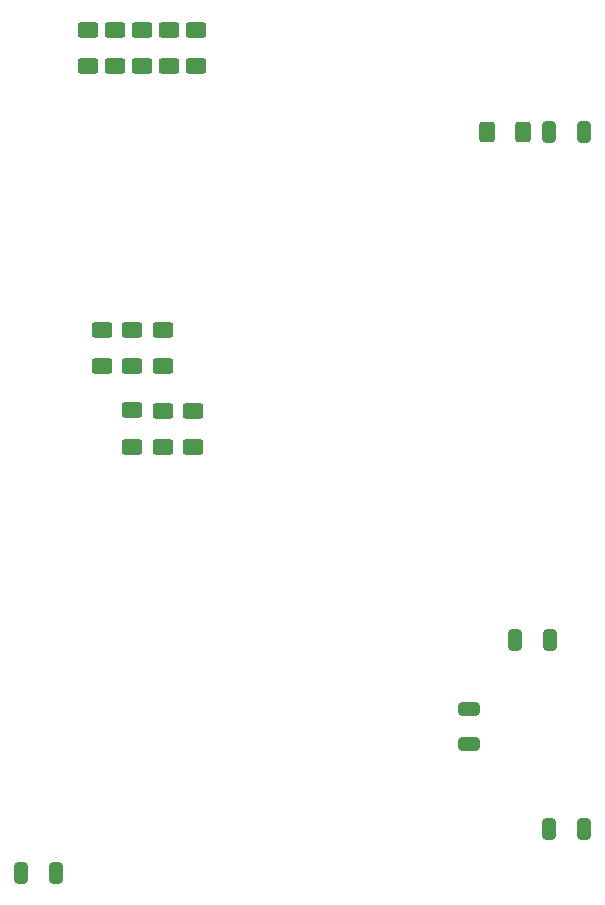
<source format=gbr>
%TF.GenerationSoftware,KiCad,Pcbnew,7.0.11-7.0.11~ubuntu20.04.1*%
%TF.CreationDate,2024-04-16T16:23:03+02:00*%
%TF.ProjectId,z80_schematics,7a38305f-7363-4686-956d-61746963732e,rev?*%
%TF.SameCoordinates,Original*%
%TF.FileFunction,Paste,Bot*%
%TF.FilePolarity,Positive*%
%FSLAX46Y46*%
G04 Gerber Fmt 4.6, Leading zero omitted, Abs format (unit mm)*
G04 Created by KiCad (PCBNEW 7.0.11-7.0.11~ubuntu20.04.1) date 2024-04-16 16:23:03*
%MOMM*%
%LPD*%
G01*
G04 APERTURE LIST*
G04 Aperture macros list*
%AMRoundRect*
0 Rectangle with rounded corners*
0 $1 Rounding radius*
0 $2 $3 $4 $5 $6 $7 $8 $9 X,Y pos of 4 corners*
0 Add a 4 corners polygon primitive as box body*
4,1,4,$2,$3,$4,$5,$6,$7,$8,$9,$2,$3,0*
0 Add four circle primitives for the rounded corners*
1,1,$1+$1,$2,$3*
1,1,$1+$1,$4,$5*
1,1,$1+$1,$6,$7*
1,1,$1+$1,$8,$9*
0 Add four rect primitives between the rounded corners*
20,1,$1+$1,$2,$3,$4,$5,0*
20,1,$1+$1,$4,$5,$6,$7,0*
20,1,$1+$1,$6,$7,$8,$9,0*
20,1,$1+$1,$8,$9,$2,$3,0*%
G04 Aperture macros list end*
%ADD10RoundRect,0.250000X0.625000X-0.400000X0.625000X0.400000X-0.625000X0.400000X-0.625000X-0.400000X0*%
%ADD11RoundRect,0.250000X0.325000X0.650000X-0.325000X0.650000X-0.325000X-0.650000X0.325000X-0.650000X0*%
%ADD12RoundRect,0.250000X-0.625000X0.400000X-0.625000X-0.400000X0.625000X-0.400000X0.625000X0.400000X0*%
%ADD13RoundRect,0.250000X0.400000X0.625000X-0.400000X0.625000X-0.400000X-0.625000X0.400000X-0.625000X0*%
%ADD14RoundRect,0.250000X-0.325000X-0.650000X0.325000X-0.650000X0.325000X0.650000X-0.325000X0.650000X0*%
%ADD15RoundRect,0.250000X-0.650000X0.325000X-0.650000X-0.325000X0.650000X-0.325000X0.650000X0.325000X0*%
G04 APERTURE END LIST*
D10*
%TO.C,R21*%
X146050000Y-87910000D03*
X146050000Y-84810000D03*
%TD*%
D11*
%TO.C,C2*%
X139652800Y-130810000D03*
X136702800Y-130810000D03*
%TD*%
D10*
%TO.C,R9*%
X144653000Y-62510000D03*
X144653000Y-59410000D03*
%TD*%
%TO.C,R12*%
X142367000Y-62510000D03*
X142367000Y-59410000D03*
%TD*%
%TO.C,R11*%
X146897000Y-62510000D03*
X146897000Y-59410000D03*
%TD*%
D12*
%TO.C,R25*%
X146050000Y-91642000D03*
X146050000Y-94742000D03*
%TD*%
%TO.C,R20*%
X151257000Y-91668000D03*
X151257000Y-94768000D03*
%TD*%
D13*
%TO.C,R1*%
X179223000Y-68072000D03*
X176123000Y-68072000D03*
%TD*%
D14*
%TO.C,C7*%
X178533000Y-111135805D03*
X181483000Y-111135805D03*
%TD*%
D10*
%TO.C,R22*%
X148666200Y-87910000D03*
X148666200Y-84810000D03*
%TD*%
D12*
%TO.C,R23*%
X148666200Y-91668000D03*
X148666200Y-94768000D03*
%TD*%
D10*
%TO.C,R8*%
X151469000Y-62510000D03*
X151469000Y-59410000D03*
%TD*%
D14*
%TO.C,C8*%
X181405000Y-127137805D03*
X184355000Y-127137805D03*
%TD*%
%TO.C,C3*%
X181405000Y-68072000D03*
X184355000Y-68072000D03*
%TD*%
D10*
%TO.C,R24*%
X143510000Y-87910000D03*
X143510000Y-84810000D03*
%TD*%
D15*
%TO.C,C6*%
X174625000Y-116977805D03*
X174625000Y-119927805D03*
%TD*%
D10*
%TO.C,R10*%
X149183000Y-62510000D03*
X149183000Y-59410000D03*
%TD*%
M02*

</source>
